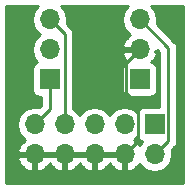
<source format=gtl>
G04 #@! TF.GenerationSoftware,KiCad,Pcbnew,(5.1.6-0-10_14)*
G04 #@! TF.CreationDate,2021-04-25T21:48:52+02:00*
G04 #@! TF.ProjectId,AVRISP10_breakout,41565249-5350-4313-905f-627265616b6f,rev?*
G04 #@! TF.SameCoordinates,Original*
G04 #@! TF.FileFunction,Copper,L1,Top*
G04 #@! TF.FilePolarity,Positive*
%FSLAX46Y46*%
G04 Gerber Fmt 4.6, Leading zero omitted, Abs format (unit mm)*
G04 Created by KiCad (PCBNEW (5.1.6-0-10_14)) date 2021-04-25 21:48:52*
%MOMM*%
%LPD*%
G01*
G04 APERTURE LIST*
G04 #@! TA.AperFunction,ComponentPad*
%ADD10O,1.700000X1.700000*%
G04 #@! TD*
G04 #@! TA.AperFunction,ComponentPad*
%ADD11R,1.700000X1.700000*%
G04 #@! TD*
G04 #@! TA.AperFunction,Conductor*
%ADD12C,0.250000*%
G04 #@! TD*
G04 #@! TA.AperFunction,Conductor*
%ADD13C,0.254000*%
G04 #@! TD*
G04 APERTURE END LIST*
D10*
X124460000Y-82550000D03*
X124460000Y-80010000D03*
X127000000Y-82550000D03*
X127000000Y-80010000D03*
X129540000Y-82550000D03*
X129540000Y-80010000D03*
X132080000Y-82550000D03*
X132080000Y-80010000D03*
X134620000Y-82550000D03*
D11*
X134620000Y-80010000D03*
D10*
X133350000Y-71120000D03*
X133350000Y-73660000D03*
D11*
X133350000Y-76200000D03*
D10*
X125730000Y-71120000D03*
X125730000Y-73660000D03*
D11*
X125730000Y-76200000D03*
D12*
X135795001Y-81374999D02*
X134620000Y-82550000D01*
X135795001Y-73565001D02*
X135795001Y-81374999D01*
X133350000Y-71120000D02*
X135795001Y-73565001D01*
X132174999Y-77310001D02*
X132174999Y-74835001D01*
X133255001Y-78390003D02*
X132174999Y-77310001D01*
X133255001Y-81374999D02*
X133255001Y-78390003D01*
X132174999Y-74835001D02*
X133350000Y-73660000D01*
X132080000Y-82550000D02*
X133255001Y-81374999D01*
X125730000Y-78740000D02*
X124460000Y-80010000D01*
X125730000Y-76200000D02*
X125730000Y-78740000D01*
X127000000Y-72390000D02*
X127000000Y-80010000D01*
X125730000Y-71120000D02*
X127000000Y-72390000D01*
D13*
G36*
X124576525Y-70173368D02*
G01*
X124414010Y-70416589D01*
X124302068Y-70686842D01*
X124245000Y-70973740D01*
X124245000Y-71266260D01*
X124302068Y-71553158D01*
X124414010Y-71823411D01*
X124576525Y-72066632D01*
X124783368Y-72273475D01*
X124957760Y-72390000D01*
X124783368Y-72506525D01*
X124576525Y-72713368D01*
X124414010Y-72956589D01*
X124302068Y-73226842D01*
X124245000Y-73513740D01*
X124245000Y-73806260D01*
X124302068Y-74093158D01*
X124414010Y-74363411D01*
X124576525Y-74606632D01*
X124708380Y-74738487D01*
X124635820Y-74760498D01*
X124525506Y-74819463D01*
X124428815Y-74898815D01*
X124349463Y-74995506D01*
X124290498Y-75105820D01*
X124254188Y-75225518D01*
X124241928Y-75350000D01*
X124241928Y-77050000D01*
X124254188Y-77174482D01*
X124290498Y-77294180D01*
X124349463Y-77404494D01*
X124428815Y-77501185D01*
X124525506Y-77580537D01*
X124635820Y-77639502D01*
X124755518Y-77675812D01*
X124880000Y-77688072D01*
X124970001Y-77688072D01*
X124970001Y-78425197D01*
X124826408Y-78568790D01*
X124606260Y-78525000D01*
X124313740Y-78525000D01*
X124026842Y-78582068D01*
X123756589Y-78694010D01*
X123513368Y-78856525D01*
X123306525Y-79063368D01*
X123144010Y-79306589D01*
X123032068Y-79576842D01*
X122975000Y-79863740D01*
X122975000Y-80156260D01*
X123032068Y-80443158D01*
X123144010Y-80713411D01*
X123306525Y-80956632D01*
X123513368Y-81163475D01*
X123689406Y-81281100D01*
X123459731Y-81452412D01*
X123264822Y-81668645D01*
X123115843Y-81918748D01*
X123018519Y-82193109D01*
X123139186Y-82423000D01*
X124333000Y-82423000D01*
X124333000Y-82403000D01*
X124587000Y-82403000D01*
X124587000Y-82423000D01*
X126873000Y-82423000D01*
X126873000Y-82403000D01*
X127127000Y-82403000D01*
X127127000Y-82423000D01*
X129413000Y-82423000D01*
X129413000Y-82403000D01*
X129667000Y-82403000D01*
X129667000Y-82423000D01*
X131953000Y-82423000D01*
X131953000Y-82403000D01*
X132207000Y-82403000D01*
X132207000Y-82423000D01*
X132227000Y-82423000D01*
X132227000Y-82677000D01*
X132207000Y-82677000D01*
X132207000Y-83870155D01*
X132436890Y-83991476D01*
X132584099Y-83946825D01*
X132846920Y-83821641D01*
X133080269Y-83647588D01*
X133275178Y-83431355D01*
X133344805Y-83314466D01*
X133466525Y-83496632D01*
X133673368Y-83703475D01*
X133916589Y-83865990D01*
X134186842Y-83977932D01*
X134473740Y-84035000D01*
X134766260Y-84035000D01*
X135053158Y-83977932D01*
X135323411Y-83865990D01*
X135566632Y-83703475D01*
X135773475Y-83496632D01*
X135935990Y-83253411D01*
X136047932Y-82983158D01*
X136105000Y-82696260D01*
X136105000Y-82403740D01*
X136061210Y-82183592D01*
X136306004Y-81938798D01*
X136335002Y-81915000D01*
X136429975Y-81799275D01*
X136500547Y-81667246D01*
X136544004Y-81523985D01*
X136555001Y-81412332D01*
X136555001Y-81412323D01*
X136558677Y-81375000D01*
X136555001Y-81337677D01*
X136555001Y-73602334D01*
X136558678Y-73565001D01*
X136544004Y-73416015D01*
X136500547Y-73272754D01*
X136429975Y-73140725D01*
X136358800Y-73053998D01*
X136335002Y-73025000D01*
X136306005Y-73001203D01*
X134791209Y-71486408D01*
X134835000Y-71266260D01*
X134835000Y-70973740D01*
X134777932Y-70686842D01*
X134665990Y-70416589D01*
X134503475Y-70173368D01*
X134307107Y-69977000D01*
X137033000Y-69977000D01*
X137033000Y-84963000D01*
X122047000Y-84963000D01*
X122047000Y-82906891D01*
X123018519Y-82906891D01*
X123115843Y-83181252D01*
X123264822Y-83431355D01*
X123459731Y-83647588D01*
X123693080Y-83821641D01*
X123955901Y-83946825D01*
X124103110Y-83991476D01*
X124333000Y-83870155D01*
X124333000Y-82677000D01*
X124587000Y-82677000D01*
X124587000Y-83870155D01*
X124816890Y-83991476D01*
X124964099Y-83946825D01*
X125226920Y-83821641D01*
X125460269Y-83647588D01*
X125655178Y-83431355D01*
X125730000Y-83305745D01*
X125804822Y-83431355D01*
X125999731Y-83647588D01*
X126233080Y-83821641D01*
X126495901Y-83946825D01*
X126643110Y-83991476D01*
X126873000Y-83870155D01*
X126873000Y-82677000D01*
X127127000Y-82677000D01*
X127127000Y-83870155D01*
X127356890Y-83991476D01*
X127504099Y-83946825D01*
X127766920Y-83821641D01*
X128000269Y-83647588D01*
X128195178Y-83431355D01*
X128270000Y-83305745D01*
X128344822Y-83431355D01*
X128539731Y-83647588D01*
X128773080Y-83821641D01*
X129035901Y-83946825D01*
X129183110Y-83991476D01*
X129413000Y-83870155D01*
X129413000Y-82677000D01*
X129667000Y-82677000D01*
X129667000Y-83870155D01*
X129896890Y-83991476D01*
X130044099Y-83946825D01*
X130306920Y-83821641D01*
X130540269Y-83647588D01*
X130735178Y-83431355D01*
X130810000Y-83305745D01*
X130884822Y-83431355D01*
X131079731Y-83647588D01*
X131313080Y-83821641D01*
X131575901Y-83946825D01*
X131723110Y-83991476D01*
X131953000Y-83870155D01*
X131953000Y-82677000D01*
X129667000Y-82677000D01*
X129413000Y-82677000D01*
X127127000Y-82677000D01*
X126873000Y-82677000D01*
X124587000Y-82677000D01*
X124333000Y-82677000D01*
X123139186Y-82677000D01*
X123018519Y-82906891D01*
X122047000Y-82906891D01*
X122047000Y-69977000D01*
X124772893Y-69977000D01*
X124576525Y-70173368D01*
G37*
X124576525Y-70173368D02*
X124414010Y-70416589D01*
X124302068Y-70686842D01*
X124245000Y-70973740D01*
X124245000Y-71266260D01*
X124302068Y-71553158D01*
X124414010Y-71823411D01*
X124576525Y-72066632D01*
X124783368Y-72273475D01*
X124957760Y-72390000D01*
X124783368Y-72506525D01*
X124576525Y-72713368D01*
X124414010Y-72956589D01*
X124302068Y-73226842D01*
X124245000Y-73513740D01*
X124245000Y-73806260D01*
X124302068Y-74093158D01*
X124414010Y-74363411D01*
X124576525Y-74606632D01*
X124708380Y-74738487D01*
X124635820Y-74760498D01*
X124525506Y-74819463D01*
X124428815Y-74898815D01*
X124349463Y-74995506D01*
X124290498Y-75105820D01*
X124254188Y-75225518D01*
X124241928Y-75350000D01*
X124241928Y-77050000D01*
X124254188Y-77174482D01*
X124290498Y-77294180D01*
X124349463Y-77404494D01*
X124428815Y-77501185D01*
X124525506Y-77580537D01*
X124635820Y-77639502D01*
X124755518Y-77675812D01*
X124880000Y-77688072D01*
X124970001Y-77688072D01*
X124970001Y-78425197D01*
X124826408Y-78568790D01*
X124606260Y-78525000D01*
X124313740Y-78525000D01*
X124026842Y-78582068D01*
X123756589Y-78694010D01*
X123513368Y-78856525D01*
X123306525Y-79063368D01*
X123144010Y-79306589D01*
X123032068Y-79576842D01*
X122975000Y-79863740D01*
X122975000Y-80156260D01*
X123032068Y-80443158D01*
X123144010Y-80713411D01*
X123306525Y-80956632D01*
X123513368Y-81163475D01*
X123689406Y-81281100D01*
X123459731Y-81452412D01*
X123264822Y-81668645D01*
X123115843Y-81918748D01*
X123018519Y-82193109D01*
X123139186Y-82423000D01*
X124333000Y-82423000D01*
X124333000Y-82403000D01*
X124587000Y-82403000D01*
X124587000Y-82423000D01*
X126873000Y-82423000D01*
X126873000Y-82403000D01*
X127127000Y-82403000D01*
X127127000Y-82423000D01*
X129413000Y-82423000D01*
X129413000Y-82403000D01*
X129667000Y-82403000D01*
X129667000Y-82423000D01*
X131953000Y-82423000D01*
X131953000Y-82403000D01*
X132207000Y-82403000D01*
X132207000Y-82423000D01*
X132227000Y-82423000D01*
X132227000Y-82677000D01*
X132207000Y-82677000D01*
X132207000Y-83870155D01*
X132436890Y-83991476D01*
X132584099Y-83946825D01*
X132846920Y-83821641D01*
X133080269Y-83647588D01*
X133275178Y-83431355D01*
X133344805Y-83314466D01*
X133466525Y-83496632D01*
X133673368Y-83703475D01*
X133916589Y-83865990D01*
X134186842Y-83977932D01*
X134473740Y-84035000D01*
X134766260Y-84035000D01*
X135053158Y-83977932D01*
X135323411Y-83865990D01*
X135566632Y-83703475D01*
X135773475Y-83496632D01*
X135935990Y-83253411D01*
X136047932Y-82983158D01*
X136105000Y-82696260D01*
X136105000Y-82403740D01*
X136061210Y-82183592D01*
X136306004Y-81938798D01*
X136335002Y-81915000D01*
X136429975Y-81799275D01*
X136500547Y-81667246D01*
X136544004Y-81523985D01*
X136555001Y-81412332D01*
X136555001Y-81412323D01*
X136558677Y-81375000D01*
X136555001Y-81337677D01*
X136555001Y-73602334D01*
X136558678Y-73565001D01*
X136544004Y-73416015D01*
X136500547Y-73272754D01*
X136429975Y-73140725D01*
X136358800Y-73053998D01*
X136335002Y-73025000D01*
X136306005Y-73001203D01*
X134791209Y-71486408D01*
X134835000Y-71266260D01*
X134835000Y-70973740D01*
X134777932Y-70686842D01*
X134665990Y-70416589D01*
X134503475Y-70173368D01*
X134307107Y-69977000D01*
X137033000Y-69977000D01*
X137033000Y-84963000D01*
X122047000Y-84963000D01*
X122047000Y-82906891D01*
X123018519Y-82906891D01*
X123115843Y-83181252D01*
X123264822Y-83431355D01*
X123459731Y-83647588D01*
X123693080Y-83821641D01*
X123955901Y-83946825D01*
X124103110Y-83991476D01*
X124333000Y-83870155D01*
X124333000Y-82677000D01*
X124587000Y-82677000D01*
X124587000Y-83870155D01*
X124816890Y-83991476D01*
X124964099Y-83946825D01*
X125226920Y-83821641D01*
X125460269Y-83647588D01*
X125655178Y-83431355D01*
X125730000Y-83305745D01*
X125804822Y-83431355D01*
X125999731Y-83647588D01*
X126233080Y-83821641D01*
X126495901Y-83946825D01*
X126643110Y-83991476D01*
X126873000Y-83870155D01*
X126873000Y-82677000D01*
X127127000Y-82677000D01*
X127127000Y-83870155D01*
X127356890Y-83991476D01*
X127504099Y-83946825D01*
X127766920Y-83821641D01*
X128000269Y-83647588D01*
X128195178Y-83431355D01*
X128270000Y-83305745D01*
X128344822Y-83431355D01*
X128539731Y-83647588D01*
X128773080Y-83821641D01*
X129035901Y-83946825D01*
X129183110Y-83991476D01*
X129413000Y-83870155D01*
X129413000Y-82677000D01*
X129667000Y-82677000D01*
X129667000Y-83870155D01*
X129896890Y-83991476D01*
X130044099Y-83946825D01*
X130306920Y-83821641D01*
X130540269Y-83647588D01*
X130735178Y-83431355D01*
X130810000Y-83305745D01*
X130884822Y-83431355D01*
X131079731Y-83647588D01*
X131313080Y-83821641D01*
X131575901Y-83946825D01*
X131723110Y-83991476D01*
X131953000Y-83870155D01*
X131953000Y-82677000D01*
X129667000Y-82677000D01*
X129413000Y-82677000D01*
X127127000Y-82677000D01*
X126873000Y-82677000D01*
X124587000Y-82677000D01*
X124333000Y-82677000D01*
X123139186Y-82677000D01*
X123018519Y-82906891D01*
X122047000Y-82906891D01*
X122047000Y-69977000D01*
X124772893Y-69977000D01*
X124576525Y-70173368D01*
G36*
X133180498Y-81104180D02*
G01*
X133239463Y-81214494D01*
X133318815Y-81311185D01*
X133415506Y-81390537D01*
X133525820Y-81449502D01*
X133598380Y-81471513D01*
X133466525Y-81603368D01*
X133344805Y-81785534D01*
X133275178Y-81668645D01*
X133080269Y-81452412D01*
X132850594Y-81281100D01*
X133026632Y-81163475D01*
X133158487Y-81031620D01*
X133180498Y-81104180D01*
G37*
X133180498Y-81104180D02*
X133239463Y-81214494D01*
X133318815Y-81311185D01*
X133415506Y-81390537D01*
X133525820Y-81449502D01*
X133598380Y-81471513D01*
X133466525Y-81603368D01*
X133344805Y-81785534D01*
X133275178Y-81668645D01*
X133080269Y-81452412D01*
X132850594Y-81281100D01*
X133026632Y-81163475D01*
X133158487Y-81031620D01*
X133180498Y-81104180D01*
G36*
X132196525Y-70173368D02*
G01*
X132034010Y-70416589D01*
X131922068Y-70686842D01*
X131865000Y-70973740D01*
X131865000Y-71266260D01*
X131922068Y-71553158D01*
X132034010Y-71823411D01*
X132196525Y-72066632D01*
X132403368Y-72273475D01*
X132585534Y-72395195D01*
X132468645Y-72464822D01*
X132252412Y-72659731D01*
X132078359Y-72893080D01*
X131953175Y-73155901D01*
X131908524Y-73303110D01*
X132029845Y-73533000D01*
X133223000Y-73533000D01*
X133223000Y-73513000D01*
X133477000Y-73513000D01*
X133477000Y-73533000D01*
X133497000Y-73533000D01*
X133497000Y-73787000D01*
X133477000Y-73787000D01*
X133477000Y-73807000D01*
X133223000Y-73807000D01*
X133223000Y-73787000D01*
X132029845Y-73787000D01*
X131908524Y-74016890D01*
X131953175Y-74164099D01*
X132078359Y-74426920D01*
X132252412Y-74660269D01*
X132336466Y-74736034D01*
X132255820Y-74760498D01*
X132145506Y-74819463D01*
X132048815Y-74898815D01*
X131969463Y-74995506D01*
X131910498Y-75105820D01*
X131874188Y-75225518D01*
X131861928Y-75350000D01*
X131861928Y-77050000D01*
X131874188Y-77174482D01*
X131910498Y-77294180D01*
X131969463Y-77404494D01*
X132048815Y-77501185D01*
X132145506Y-77580537D01*
X132255820Y-77639502D01*
X132375518Y-77675812D01*
X132500000Y-77688072D01*
X134200000Y-77688072D01*
X134324482Y-77675812D01*
X134444180Y-77639502D01*
X134554494Y-77580537D01*
X134651185Y-77501185D01*
X134730537Y-77404494D01*
X134789502Y-77294180D01*
X134825812Y-77174482D01*
X134838072Y-77050000D01*
X134838072Y-75350000D01*
X134825812Y-75225518D01*
X134789502Y-75105820D01*
X134730537Y-74995506D01*
X134651185Y-74898815D01*
X134554494Y-74819463D01*
X134444180Y-74760498D01*
X134363534Y-74736034D01*
X134447588Y-74660269D01*
X134621641Y-74426920D01*
X134746825Y-74164099D01*
X134791476Y-74016890D01*
X134670156Y-73787002D01*
X134835000Y-73787002D01*
X134835000Y-73679802D01*
X135035001Y-73879803D01*
X135035002Y-78521928D01*
X133770000Y-78521928D01*
X133645518Y-78534188D01*
X133525820Y-78570498D01*
X133415506Y-78629463D01*
X133318815Y-78708815D01*
X133239463Y-78805506D01*
X133180498Y-78915820D01*
X133158487Y-78988380D01*
X133026632Y-78856525D01*
X132783411Y-78694010D01*
X132513158Y-78582068D01*
X132226260Y-78525000D01*
X131933740Y-78525000D01*
X131646842Y-78582068D01*
X131376589Y-78694010D01*
X131133368Y-78856525D01*
X130926525Y-79063368D01*
X130810000Y-79237760D01*
X130693475Y-79063368D01*
X130486632Y-78856525D01*
X130243411Y-78694010D01*
X129973158Y-78582068D01*
X129686260Y-78525000D01*
X129393740Y-78525000D01*
X129106842Y-78582068D01*
X128836589Y-78694010D01*
X128593368Y-78856525D01*
X128386525Y-79063368D01*
X128270000Y-79237760D01*
X128153475Y-79063368D01*
X127946632Y-78856525D01*
X127760000Y-78731822D01*
X127760000Y-72427322D01*
X127763676Y-72389999D01*
X127760000Y-72352676D01*
X127760000Y-72352667D01*
X127749003Y-72241014D01*
X127705546Y-72097753D01*
X127634974Y-71965724D01*
X127540001Y-71849999D01*
X127511004Y-71826202D01*
X127171210Y-71486408D01*
X127215000Y-71266260D01*
X127215000Y-70973740D01*
X127157932Y-70686842D01*
X127045990Y-70416589D01*
X126883475Y-70173368D01*
X126687107Y-69977000D01*
X132392893Y-69977000D01*
X132196525Y-70173368D01*
G37*
X132196525Y-70173368D02*
X132034010Y-70416589D01*
X131922068Y-70686842D01*
X131865000Y-70973740D01*
X131865000Y-71266260D01*
X131922068Y-71553158D01*
X132034010Y-71823411D01*
X132196525Y-72066632D01*
X132403368Y-72273475D01*
X132585534Y-72395195D01*
X132468645Y-72464822D01*
X132252412Y-72659731D01*
X132078359Y-72893080D01*
X131953175Y-73155901D01*
X131908524Y-73303110D01*
X132029845Y-73533000D01*
X133223000Y-73533000D01*
X133223000Y-73513000D01*
X133477000Y-73513000D01*
X133477000Y-73533000D01*
X133497000Y-73533000D01*
X133497000Y-73787000D01*
X133477000Y-73787000D01*
X133477000Y-73807000D01*
X133223000Y-73807000D01*
X133223000Y-73787000D01*
X132029845Y-73787000D01*
X131908524Y-74016890D01*
X131953175Y-74164099D01*
X132078359Y-74426920D01*
X132252412Y-74660269D01*
X132336466Y-74736034D01*
X132255820Y-74760498D01*
X132145506Y-74819463D01*
X132048815Y-74898815D01*
X131969463Y-74995506D01*
X131910498Y-75105820D01*
X131874188Y-75225518D01*
X131861928Y-75350000D01*
X131861928Y-77050000D01*
X131874188Y-77174482D01*
X131910498Y-77294180D01*
X131969463Y-77404494D01*
X132048815Y-77501185D01*
X132145506Y-77580537D01*
X132255820Y-77639502D01*
X132375518Y-77675812D01*
X132500000Y-77688072D01*
X134200000Y-77688072D01*
X134324482Y-77675812D01*
X134444180Y-77639502D01*
X134554494Y-77580537D01*
X134651185Y-77501185D01*
X134730537Y-77404494D01*
X134789502Y-77294180D01*
X134825812Y-77174482D01*
X134838072Y-77050000D01*
X134838072Y-75350000D01*
X134825812Y-75225518D01*
X134789502Y-75105820D01*
X134730537Y-74995506D01*
X134651185Y-74898815D01*
X134554494Y-74819463D01*
X134444180Y-74760498D01*
X134363534Y-74736034D01*
X134447588Y-74660269D01*
X134621641Y-74426920D01*
X134746825Y-74164099D01*
X134791476Y-74016890D01*
X134670156Y-73787002D01*
X134835000Y-73787002D01*
X134835000Y-73679802D01*
X135035001Y-73879803D01*
X135035002Y-78521928D01*
X133770000Y-78521928D01*
X133645518Y-78534188D01*
X133525820Y-78570498D01*
X133415506Y-78629463D01*
X133318815Y-78708815D01*
X133239463Y-78805506D01*
X133180498Y-78915820D01*
X133158487Y-78988380D01*
X133026632Y-78856525D01*
X132783411Y-78694010D01*
X132513158Y-78582068D01*
X132226260Y-78525000D01*
X131933740Y-78525000D01*
X131646842Y-78582068D01*
X131376589Y-78694010D01*
X131133368Y-78856525D01*
X130926525Y-79063368D01*
X130810000Y-79237760D01*
X130693475Y-79063368D01*
X130486632Y-78856525D01*
X130243411Y-78694010D01*
X129973158Y-78582068D01*
X129686260Y-78525000D01*
X129393740Y-78525000D01*
X129106842Y-78582068D01*
X128836589Y-78694010D01*
X128593368Y-78856525D01*
X128386525Y-79063368D01*
X128270000Y-79237760D01*
X128153475Y-79063368D01*
X127946632Y-78856525D01*
X127760000Y-78731822D01*
X127760000Y-72427322D01*
X127763676Y-72389999D01*
X127760000Y-72352676D01*
X127760000Y-72352667D01*
X127749003Y-72241014D01*
X127705546Y-72097753D01*
X127634974Y-71965724D01*
X127540001Y-71849999D01*
X127511004Y-71826202D01*
X127171210Y-71486408D01*
X127215000Y-71266260D01*
X127215000Y-70973740D01*
X127157932Y-70686842D01*
X127045990Y-70416589D01*
X126883475Y-70173368D01*
X126687107Y-69977000D01*
X132392893Y-69977000D01*
X132196525Y-70173368D01*
M02*

</source>
